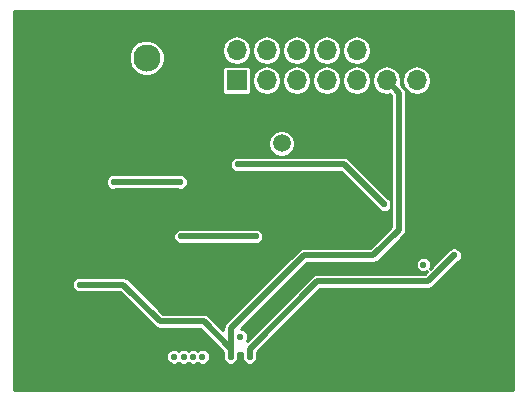
<source format=gbl>
G04 #@! TF.FileFunction,Copper,L4,Bot,Signal*
%FSLAX46Y46*%
G04 Gerber Fmt 4.6, Leading zero omitted, Abs format (unit mm)*
G04 Created by KiCad (PCBNEW 4.0.7) date 06/05/18 19:10:08*
%MOMM*%
%LPD*%
G01*
G04 APERTURE LIST*
%ADD10C,0.100000*%
%ADD11O,2.200000X2.200000*%
%ADD12R,1.700000X1.700000*%
%ADD13O,1.700000X1.700000*%
%ADD14C,2.600000*%
%ADD15C,2.300000*%
%ADD16C,4.500000*%
%ADD17C,1.500000*%
%ADD18C,0.550000*%
%ADD19C,0.254000*%
%ADD20C,0.508000*%
G04 APERTURE END LIST*
D10*
D11*
X148788000Y-110490000D03*
X167188000Y-110490000D03*
X170313000Y-108115000D03*
X170313000Y-112865000D03*
X145663000Y-112865000D03*
X145663000Y-108115000D03*
D12*
X155702000Y-88392000D03*
D13*
X155702000Y-85852000D03*
X158242000Y-88392000D03*
X158242000Y-85852000D03*
X160782000Y-88392000D03*
X160782000Y-85852000D03*
X163322000Y-88392000D03*
X163322000Y-85852000D03*
X165862000Y-88392000D03*
X165862000Y-85852000D03*
X168402000Y-88392000D03*
X168402000Y-85852000D03*
X170942000Y-88392000D03*
X170942000Y-85852000D03*
D14*
X145542000Y-89027000D03*
X150622000Y-89027000D03*
X150622000Y-83947000D03*
D15*
X148082000Y-86487000D03*
D14*
X145542000Y-83947000D03*
D16*
X140208000Y-85852000D03*
X175768000Y-85852000D03*
X140208000Y-111252000D03*
X175768000Y-111252000D03*
D17*
X159512000Y-93726000D03*
D18*
X167650000Y-96500000D03*
X167650000Y-97350000D03*
X154940000Y-102870000D03*
X156210000Y-104140000D03*
X157480000Y-102870000D03*
X151130000Y-100330000D03*
X149860000Y-99060000D03*
X152400000Y-99060000D03*
X165735000Y-83185000D03*
X160655000Y-83185000D03*
X155575000Y-83185000D03*
X158350000Y-108600000D03*
X165600000Y-108550000D03*
X163150000Y-108600000D03*
X161550000Y-108600000D03*
X154800000Y-105600000D03*
X157600000Y-111800000D03*
X156000000Y-111800000D03*
X154400000Y-111800000D03*
X165200000Y-111800000D03*
X163600000Y-111800000D03*
X161200000Y-111800000D03*
X159600000Y-111800000D03*
X140970000Y-92710000D03*
X140970000Y-97790000D03*
X172720000Y-96520000D03*
X172720000Y-91440000D03*
X138430000Y-90170000D03*
X138430000Y-95250000D03*
X138430000Y-100330000D03*
X138430000Y-105410000D03*
X177800000Y-88900000D03*
X177800000Y-93980000D03*
X177800000Y-99060000D03*
X177800000Y-104140000D03*
X166550000Y-93700000D03*
X164750000Y-94450000D03*
X167650000Y-93700000D03*
X168500000Y-94450000D03*
X163850000Y-94600000D03*
X161650000Y-94600000D03*
X161250000Y-98950000D03*
X159550000Y-100600000D03*
X158350000Y-98100000D03*
X157200000Y-99800000D03*
X156150000Y-100850000D03*
X158400000Y-94650000D03*
X152000000Y-97450000D03*
X153300000Y-97450000D03*
X155800000Y-96800000D03*
X144000000Y-96850000D03*
X144050000Y-92900000D03*
X144500000Y-101850000D03*
X141250000Y-101200000D03*
X142700000Y-101200000D03*
X142700000Y-104450000D03*
X143850000Y-104450000D03*
X173100000Y-102950000D03*
X171400000Y-99550000D03*
X170450000Y-98700000D03*
X172450000Y-101400000D03*
X170450000Y-102450000D03*
X170450000Y-101350000D03*
X170450000Y-100350000D03*
X162750000Y-97250000D03*
X162000000Y-96500000D03*
X163500000Y-96500000D03*
X163500000Y-98000000D03*
X162000000Y-98000000D03*
X151000000Y-101600000D03*
X157300000Y-101600000D03*
X150900000Y-97000000D03*
X145300000Y-97000000D03*
X168200000Y-98900000D03*
X155800000Y-95500000D03*
X156800000Y-111800000D03*
X174100000Y-103200000D03*
X155200000Y-111000000D03*
X142400000Y-105700000D03*
X155200000Y-111800000D03*
X156000000Y-110100000D03*
X171500000Y-104000000D03*
X152800000Y-111800000D03*
X152000000Y-111800000D03*
X151200000Y-111800000D03*
X150400000Y-111800000D03*
D19*
X175768000Y-85852000D02*
X175648000Y-85852000D01*
X175648000Y-85852000D02*
X171600000Y-89900000D01*
X169600000Y-88800000D02*
X169600000Y-88100000D01*
X170700000Y-89900000D02*
X169600000Y-88800000D01*
X171600000Y-89900000D02*
X170700000Y-89900000D01*
X167640000Y-96520000D02*
X168783000Y-97663000D01*
X168783000Y-97663000D02*
X168783000Y-99568000D01*
X156210000Y-104140000D02*
X154940000Y-102870000D01*
X157480000Y-102870000D02*
X156210000Y-104140000D01*
X152400000Y-99060000D02*
X149860000Y-99060000D01*
D20*
X151000000Y-101600000D02*
X157300000Y-101600000D01*
X145300000Y-97000000D02*
X150900000Y-97000000D01*
X168200000Y-98900000D02*
X164800000Y-95500000D01*
X164800000Y-95500000D02*
X155800000Y-95500000D01*
X156800000Y-111800000D02*
X156800000Y-111100000D01*
X163200000Y-105400000D02*
X171900000Y-105400000D01*
X171900000Y-105400000D02*
X174100000Y-103200000D01*
X162500000Y-105400000D02*
X163200000Y-105400000D01*
X156800000Y-111100000D02*
X162500000Y-105400000D01*
X155200000Y-109400000D02*
X155200000Y-111000000D01*
X168402000Y-88392000D02*
X168402000Y-88402000D01*
X155200000Y-109400000D02*
X155200000Y-111800000D01*
X161400000Y-103200000D02*
X155200000Y-109400000D01*
X167270000Y-103200000D02*
X161400000Y-103200000D01*
X169427000Y-101043000D02*
X167270000Y-103200000D01*
X169427000Y-89427000D02*
X169427000Y-101043000D01*
X168402000Y-88402000D02*
X169427000Y-89427000D01*
X155200000Y-111100000D02*
X152900000Y-108800000D01*
X152900000Y-108800000D02*
X149200000Y-108800000D01*
X149200000Y-108800000D02*
X146100000Y-105700000D01*
X146100000Y-105700000D02*
X142400000Y-105700000D01*
X155200000Y-111800000D02*
X155200000Y-111100000D01*
D19*
G36*
X179122000Y-114606000D02*
X136854000Y-114606000D01*
X136854000Y-111929914D01*
X149743886Y-111929914D01*
X149843546Y-112171109D01*
X150027921Y-112355806D01*
X150268941Y-112455886D01*
X150529914Y-112456114D01*
X150771109Y-112356454D01*
X150799889Y-112327725D01*
X150827921Y-112355806D01*
X151068941Y-112455886D01*
X151329914Y-112456114D01*
X151571109Y-112356454D01*
X151599889Y-112327725D01*
X151627921Y-112355806D01*
X151868941Y-112455886D01*
X152129914Y-112456114D01*
X152371109Y-112356454D01*
X152399889Y-112327725D01*
X152427921Y-112355806D01*
X152668941Y-112455886D01*
X152929914Y-112456114D01*
X153171109Y-112356454D01*
X153355806Y-112172079D01*
X153455886Y-111931059D01*
X153456114Y-111670086D01*
X153356454Y-111428891D01*
X153172079Y-111244194D01*
X152931059Y-111144114D01*
X152670086Y-111143886D01*
X152428891Y-111243546D01*
X152400111Y-111272275D01*
X152372079Y-111244194D01*
X152131059Y-111144114D01*
X151870086Y-111143886D01*
X151628891Y-111243546D01*
X151600111Y-111272275D01*
X151572079Y-111244194D01*
X151331059Y-111144114D01*
X151070086Y-111143886D01*
X150828891Y-111243546D01*
X150800111Y-111272275D01*
X150772079Y-111244194D01*
X150531059Y-111144114D01*
X150270086Y-111143886D01*
X150028891Y-111243546D01*
X149844194Y-111427921D01*
X149744114Y-111668941D01*
X149743886Y-111929914D01*
X136854000Y-111929914D01*
X136854000Y-105829914D01*
X141743886Y-105829914D01*
X141843546Y-106071109D01*
X142027921Y-106255806D01*
X142268941Y-106355886D01*
X142529914Y-106356114D01*
X142581014Y-106335000D01*
X145836974Y-106335000D01*
X148750987Y-109249013D01*
X148956996Y-109386664D01*
X149200000Y-109435000D01*
X152636974Y-109435000D01*
X154565000Y-111363026D01*
X154565000Y-111618642D01*
X154544114Y-111668941D01*
X154543886Y-111929914D01*
X154643546Y-112171109D01*
X154827921Y-112355806D01*
X155068941Y-112455886D01*
X155329914Y-112456114D01*
X155571109Y-112356454D01*
X155755806Y-112172079D01*
X155855886Y-111931059D01*
X155856114Y-111670086D01*
X155835000Y-111618986D01*
X155835000Y-111506000D01*
X156165000Y-111506000D01*
X156165000Y-111618642D01*
X156144114Y-111668941D01*
X156143886Y-111929914D01*
X156243546Y-112171109D01*
X156427921Y-112355806D01*
X156668941Y-112455886D01*
X156929914Y-112456114D01*
X157171109Y-112356454D01*
X157355806Y-112172079D01*
X157455886Y-111931059D01*
X157456114Y-111670086D01*
X157435000Y-111618986D01*
X157435000Y-111363026D01*
X162763026Y-106035000D01*
X171900000Y-106035000D01*
X172143004Y-105986664D01*
X172349013Y-105849013D01*
X174420774Y-103777252D01*
X174471109Y-103756454D01*
X174655806Y-103572079D01*
X174755886Y-103331059D01*
X174756114Y-103070086D01*
X174656454Y-102828891D01*
X174472079Y-102644194D01*
X174231059Y-102544114D01*
X173970086Y-102543886D01*
X173728891Y-102643546D01*
X173544194Y-102827921D01*
X173522991Y-102878983D01*
X172074205Y-104327769D01*
X172155886Y-104131059D01*
X172156114Y-103870086D01*
X172056454Y-103628891D01*
X171872079Y-103444194D01*
X171631059Y-103344114D01*
X171370086Y-103343886D01*
X171128891Y-103443546D01*
X170944194Y-103627921D01*
X170844114Y-103868941D01*
X170843886Y-104129914D01*
X170943546Y-104371109D01*
X171127921Y-104555806D01*
X171368941Y-104655886D01*
X171629914Y-104656114D01*
X171827502Y-104574472D01*
X171636974Y-104765000D01*
X162500000Y-104765000D01*
X162256995Y-104813336D01*
X162050987Y-104950987D01*
X156574205Y-110427769D01*
X156655886Y-110231059D01*
X156656114Y-109970086D01*
X156556454Y-109728891D01*
X156372079Y-109544194D01*
X156131059Y-109444114D01*
X156053979Y-109444047D01*
X161663026Y-103835000D01*
X167270000Y-103835000D01*
X167513004Y-103786664D01*
X167719013Y-103649013D01*
X169876013Y-101492013D01*
X170013664Y-101286004D01*
X170062001Y-101043000D01*
X170062000Y-101042995D01*
X170062000Y-89427000D01*
X170018177Y-89206684D01*
X170071552Y-89286565D01*
X170470917Y-89553413D01*
X170942000Y-89647117D01*
X171413083Y-89553413D01*
X171812448Y-89286565D01*
X172079296Y-88887200D01*
X172173000Y-88416117D01*
X172173000Y-88367883D01*
X172079296Y-87896800D01*
X171812448Y-87497435D01*
X171413083Y-87230587D01*
X170942000Y-87136883D01*
X170470917Y-87230587D01*
X170071552Y-87497435D01*
X169804704Y-87896800D01*
X169711000Y-88367883D01*
X169711000Y-88416117D01*
X169804704Y-88887200D01*
X169843927Y-88945901D01*
X169580098Y-88682072D01*
X169633000Y-88416117D01*
X169633000Y-88367883D01*
X169539296Y-87896800D01*
X169272448Y-87497435D01*
X168873083Y-87230587D01*
X168402000Y-87136883D01*
X167930917Y-87230587D01*
X167531552Y-87497435D01*
X167264704Y-87896800D01*
X167171000Y-88367883D01*
X167171000Y-88416117D01*
X167264704Y-88887200D01*
X167531552Y-89286565D01*
X167930917Y-89553413D01*
X168402000Y-89647117D01*
X168691505Y-89589531D01*
X168792000Y-89690026D01*
X168792000Y-98614919D01*
X168756454Y-98528891D01*
X168572079Y-98344194D01*
X168521017Y-98322991D01*
X165249013Y-95050987D01*
X165043004Y-94913336D01*
X164800000Y-94865000D01*
X155981358Y-94865000D01*
X155931059Y-94844114D01*
X155670086Y-94843886D01*
X155428891Y-94943546D01*
X155244194Y-95127921D01*
X155144114Y-95368941D01*
X155143886Y-95629914D01*
X155243546Y-95871109D01*
X155427921Y-96055806D01*
X155668941Y-96155886D01*
X155929914Y-96156114D01*
X155981014Y-96135000D01*
X164536974Y-96135000D01*
X167622748Y-99220774D01*
X167643546Y-99271109D01*
X167827921Y-99455806D01*
X168068941Y-99555886D01*
X168329914Y-99556114D01*
X168571109Y-99456454D01*
X168755806Y-99272079D01*
X168792000Y-99184914D01*
X168792000Y-100779974D01*
X167006974Y-102565000D01*
X161400000Y-102565000D01*
X161156996Y-102613336D01*
X160950987Y-102750987D01*
X154750987Y-108950987D01*
X154613336Y-109156996D01*
X154565000Y-109400000D01*
X154565000Y-109566974D01*
X153349013Y-108350987D01*
X153143004Y-108213336D01*
X152900000Y-108165000D01*
X149463026Y-108165000D01*
X146549013Y-105250987D01*
X146343004Y-105113336D01*
X146100000Y-105065000D01*
X142581358Y-105065000D01*
X142531059Y-105044114D01*
X142270086Y-105043886D01*
X142028891Y-105143546D01*
X141844194Y-105327921D01*
X141744114Y-105568941D01*
X141743886Y-105829914D01*
X136854000Y-105829914D01*
X136854000Y-101729914D01*
X150343886Y-101729914D01*
X150443546Y-101971109D01*
X150627921Y-102155806D01*
X150868941Y-102255886D01*
X151129914Y-102256114D01*
X151181014Y-102235000D01*
X157118642Y-102235000D01*
X157168941Y-102255886D01*
X157429914Y-102256114D01*
X157671109Y-102156454D01*
X157855806Y-101972079D01*
X157955886Y-101731059D01*
X157956114Y-101470086D01*
X157856454Y-101228891D01*
X157672079Y-101044194D01*
X157431059Y-100944114D01*
X157170086Y-100943886D01*
X157118986Y-100965000D01*
X151181358Y-100965000D01*
X151131059Y-100944114D01*
X150870086Y-100943886D01*
X150628891Y-101043546D01*
X150444194Y-101227921D01*
X150344114Y-101468941D01*
X150343886Y-101729914D01*
X136854000Y-101729914D01*
X136854000Y-97129914D01*
X144643886Y-97129914D01*
X144743546Y-97371109D01*
X144927921Y-97555806D01*
X145168941Y-97655886D01*
X145429914Y-97656114D01*
X145481014Y-97635000D01*
X150718642Y-97635000D01*
X150768941Y-97655886D01*
X151029914Y-97656114D01*
X151271109Y-97556454D01*
X151455806Y-97372079D01*
X151555886Y-97131059D01*
X151556114Y-96870086D01*
X151456454Y-96628891D01*
X151272079Y-96444194D01*
X151031059Y-96344114D01*
X150770086Y-96343886D01*
X150718986Y-96365000D01*
X145481358Y-96365000D01*
X145431059Y-96344114D01*
X145170086Y-96343886D01*
X144928891Y-96443546D01*
X144744194Y-96627921D01*
X144644114Y-96868941D01*
X144643886Y-97129914D01*
X136854000Y-97129914D01*
X136854000Y-93949983D01*
X158380804Y-93949983D01*
X158552625Y-94365823D01*
X158870503Y-94684256D01*
X159286043Y-94856804D01*
X159735983Y-94857196D01*
X160151823Y-94685375D01*
X160470256Y-94367497D01*
X160642804Y-93951957D01*
X160643196Y-93502017D01*
X160471375Y-93086177D01*
X160153497Y-92767744D01*
X159737957Y-92595196D01*
X159288017Y-92594804D01*
X158872177Y-92766625D01*
X158553744Y-93084503D01*
X158381196Y-93500043D01*
X158380804Y-93949983D01*
X136854000Y-93949983D01*
X136854000Y-86790199D01*
X146550735Y-86790199D01*
X146783325Y-87353109D01*
X147213626Y-87784162D01*
X147776129Y-88017734D01*
X148385199Y-88018265D01*
X148948109Y-87785675D01*
X149192209Y-87542000D01*
X154463536Y-87542000D01*
X154463536Y-89242000D01*
X154490103Y-89383190D01*
X154573546Y-89512865D01*
X154700866Y-89599859D01*
X154852000Y-89630464D01*
X156552000Y-89630464D01*
X156693190Y-89603897D01*
X156822865Y-89520454D01*
X156909859Y-89393134D01*
X156940464Y-89242000D01*
X156940464Y-88367883D01*
X157011000Y-88367883D01*
X157011000Y-88416117D01*
X157104704Y-88887200D01*
X157371552Y-89286565D01*
X157770917Y-89553413D01*
X158242000Y-89647117D01*
X158713083Y-89553413D01*
X159112448Y-89286565D01*
X159379296Y-88887200D01*
X159473000Y-88416117D01*
X159473000Y-88367883D01*
X159551000Y-88367883D01*
X159551000Y-88416117D01*
X159644704Y-88887200D01*
X159911552Y-89286565D01*
X160310917Y-89553413D01*
X160782000Y-89647117D01*
X161253083Y-89553413D01*
X161652448Y-89286565D01*
X161919296Y-88887200D01*
X162013000Y-88416117D01*
X162013000Y-88367883D01*
X162091000Y-88367883D01*
X162091000Y-88416117D01*
X162184704Y-88887200D01*
X162451552Y-89286565D01*
X162850917Y-89553413D01*
X163322000Y-89647117D01*
X163793083Y-89553413D01*
X164192448Y-89286565D01*
X164459296Y-88887200D01*
X164553000Y-88416117D01*
X164553000Y-88367883D01*
X164631000Y-88367883D01*
X164631000Y-88416117D01*
X164724704Y-88887200D01*
X164991552Y-89286565D01*
X165390917Y-89553413D01*
X165862000Y-89647117D01*
X166333083Y-89553413D01*
X166732448Y-89286565D01*
X166999296Y-88887200D01*
X167093000Y-88416117D01*
X167093000Y-88367883D01*
X166999296Y-87896800D01*
X166732448Y-87497435D01*
X166333083Y-87230587D01*
X165862000Y-87136883D01*
X165390917Y-87230587D01*
X164991552Y-87497435D01*
X164724704Y-87896800D01*
X164631000Y-88367883D01*
X164553000Y-88367883D01*
X164459296Y-87896800D01*
X164192448Y-87497435D01*
X163793083Y-87230587D01*
X163322000Y-87136883D01*
X162850917Y-87230587D01*
X162451552Y-87497435D01*
X162184704Y-87896800D01*
X162091000Y-88367883D01*
X162013000Y-88367883D01*
X161919296Y-87896800D01*
X161652448Y-87497435D01*
X161253083Y-87230587D01*
X160782000Y-87136883D01*
X160310917Y-87230587D01*
X159911552Y-87497435D01*
X159644704Y-87896800D01*
X159551000Y-88367883D01*
X159473000Y-88367883D01*
X159379296Y-87896800D01*
X159112448Y-87497435D01*
X158713083Y-87230587D01*
X158242000Y-87136883D01*
X157770917Y-87230587D01*
X157371552Y-87497435D01*
X157104704Y-87896800D01*
X157011000Y-88367883D01*
X156940464Y-88367883D01*
X156940464Y-87542000D01*
X156913897Y-87400810D01*
X156830454Y-87271135D01*
X156703134Y-87184141D01*
X156552000Y-87153536D01*
X154852000Y-87153536D01*
X154710810Y-87180103D01*
X154581135Y-87263546D01*
X154494141Y-87390866D01*
X154463536Y-87542000D01*
X149192209Y-87542000D01*
X149379162Y-87355374D01*
X149612734Y-86792871D01*
X149613265Y-86183801D01*
X149466203Y-85827883D01*
X154471000Y-85827883D01*
X154471000Y-85876117D01*
X154564704Y-86347200D01*
X154831552Y-86746565D01*
X155230917Y-87013413D01*
X155702000Y-87107117D01*
X156173083Y-87013413D01*
X156572448Y-86746565D01*
X156839296Y-86347200D01*
X156933000Y-85876117D01*
X156933000Y-85827883D01*
X157011000Y-85827883D01*
X157011000Y-85876117D01*
X157104704Y-86347200D01*
X157371552Y-86746565D01*
X157770917Y-87013413D01*
X158242000Y-87107117D01*
X158713083Y-87013413D01*
X159112448Y-86746565D01*
X159379296Y-86347200D01*
X159473000Y-85876117D01*
X159473000Y-85827883D01*
X159551000Y-85827883D01*
X159551000Y-85876117D01*
X159644704Y-86347200D01*
X159911552Y-86746565D01*
X160310917Y-87013413D01*
X160782000Y-87107117D01*
X161253083Y-87013413D01*
X161652448Y-86746565D01*
X161919296Y-86347200D01*
X162013000Y-85876117D01*
X162013000Y-85827883D01*
X162091000Y-85827883D01*
X162091000Y-85876117D01*
X162184704Y-86347200D01*
X162451552Y-86746565D01*
X162850917Y-87013413D01*
X163322000Y-87107117D01*
X163793083Y-87013413D01*
X164192448Y-86746565D01*
X164459296Y-86347200D01*
X164553000Y-85876117D01*
X164553000Y-85827883D01*
X164631000Y-85827883D01*
X164631000Y-85876117D01*
X164724704Y-86347200D01*
X164991552Y-86746565D01*
X165390917Y-87013413D01*
X165862000Y-87107117D01*
X166333083Y-87013413D01*
X166732448Y-86746565D01*
X166999296Y-86347200D01*
X167093000Y-85876117D01*
X167093000Y-85827883D01*
X166999296Y-85356800D01*
X166732448Y-84957435D01*
X166333083Y-84690587D01*
X165862000Y-84596883D01*
X165390917Y-84690587D01*
X164991552Y-84957435D01*
X164724704Y-85356800D01*
X164631000Y-85827883D01*
X164553000Y-85827883D01*
X164459296Y-85356800D01*
X164192448Y-84957435D01*
X163793083Y-84690587D01*
X163322000Y-84596883D01*
X162850917Y-84690587D01*
X162451552Y-84957435D01*
X162184704Y-85356800D01*
X162091000Y-85827883D01*
X162013000Y-85827883D01*
X161919296Y-85356800D01*
X161652448Y-84957435D01*
X161253083Y-84690587D01*
X160782000Y-84596883D01*
X160310917Y-84690587D01*
X159911552Y-84957435D01*
X159644704Y-85356800D01*
X159551000Y-85827883D01*
X159473000Y-85827883D01*
X159379296Y-85356800D01*
X159112448Y-84957435D01*
X158713083Y-84690587D01*
X158242000Y-84596883D01*
X157770917Y-84690587D01*
X157371552Y-84957435D01*
X157104704Y-85356800D01*
X157011000Y-85827883D01*
X156933000Y-85827883D01*
X156839296Y-85356800D01*
X156572448Y-84957435D01*
X156173083Y-84690587D01*
X155702000Y-84596883D01*
X155230917Y-84690587D01*
X154831552Y-84957435D01*
X154564704Y-85356800D01*
X154471000Y-85827883D01*
X149466203Y-85827883D01*
X149380675Y-85620891D01*
X148950374Y-85189838D01*
X148387871Y-84956266D01*
X147778801Y-84955735D01*
X147215891Y-85188325D01*
X146784838Y-85618626D01*
X146551266Y-86181129D01*
X146550735Y-86790199D01*
X136854000Y-86790199D01*
X136854000Y-82498000D01*
X179122000Y-82498000D01*
X179122000Y-114606000D01*
X179122000Y-114606000D01*
G37*
X179122000Y-114606000D02*
X136854000Y-114606000D01*
X136854000Y-111929914D01*
X149743886Y-111929914D01*
X149843546Y-112171109D01*
X150027921Y-112355806D01*
X150268941Y-112455886D01*
X150529914Y-112456114D01*
X150771109Y-112356454D01*
X150799889Y-112327725D01*
X150827921Y-112355806D01*
X151068941Y-112455886D01*
X151329914Y-112456114D01*
X151571109Y-112356454D01*
X151599889Y-112327725D01*
X151627921Y-112355806D01*
X151868941Y-112455886D01*
X152129914Y-112456114D01*
X152371109Y-112356454D01*
X152399889Y-112327725D01*
X152427921Y-112355806D01*
X152668941Y-112455886D01*
X152929914Y-112456114D01*
X153171109Y-112356454D01*
X153355806Y-112172079D01*
X153455886Y-111931059D01*
X153456114Y-111670086D01*
X153356454Y-111428891D01*
X153172079Y-111244194D01*
X152931059Y-111144114D01*
X152670086Y-111143886D01*
X152428891Y-111243546D01*
X152400111Y-111272275D01*
X152372079Y-111244194D01*
X152131059Y-111144114D01*
X151870086Y-111143886D01*
X151628891Y-111243546D01*
X151600111Y-111272275D01*
X151572079Y-111244194D01*
X151331059Y-111144114D01*
X151070086Y-111143886D01*
X150828891Y-111243546D01*
X150800111Y-111272275D01*
X150772079Y-111244194D01*
X150531059Y-111144114D01*
X150270086Y-111143886D01*
X150028891Y-111243546D01*
X149844194Y-111427921D01*
X149744114Y-111668941D01*
X149743886Y-111929914D01*
X136854000Y-111929914D01*
X136854000Y-105829914D01*
X141743886Y-105829914D01*
X141843546Y-106071109D01*
X142027921Y-106255806D01*
X142268941Y-106355886D01*
X142529914Y-106356114D01*
X142581014Y-106335000D01*
X145836974Y-106335000D01*
X148750987Y-109249013D01*
X148956996Y-109386664D01*
X149200000Y-109435000D01*
X152636974Y-109435000D01*
X154565000Y-111363026D01*
X154565000Y-111618642D01*
X154544114Y-111668941D01*
X154543886Y-111929914D01*
X154643546Y-112171109D01*
X154827921Y-112355806D01*
X155068941Y-112455886D01*
X155329914Y-112456114D01*
X155571109Y-112356454D01*
X155755806Y-112172079D01*
X155855886Y-111931059D01*
X155856114Y-111670086D01*
X155835000Y-111618986D01*
X155835000Y-111506000D01*
X156165000Y-111506000D01*
X156165000Y-111618642D01*
X156144114Y-111668941D01*
X156143886Y-111929914D01*
X156243546Y-112171109D01*
X156427921Y-112355806D01*
X156668941Y-112455886D01*
X156929914Y-112456114D01*
X157171109Y-112356454D01*
X157355806Y-112172079D01*
X157455886Y-111931059D01*
X157456114Y-111670086D01*
X157435000Y-111618986D01*
X157435000Y-111363026D01*
X162763026Y-106035000D01*
X171900000Y-106035000D01*
X172143004Y-105986664D01*
X172349013Y-105849013D01*
X174420774Y-103777252D01*
X174471109Y-103756454D01*
X174655806Y-103572079D01*
X174755886Y-103331059D01*
X174756114Y-103070086D01*
X174656454Y-102828891D01*
X174472079Y-102644194D01*
X174231059Y-102544114D01*
X173970086Y-102543886D01*
X173728891Y-102643546D01*
X173544194Y-102827921D01*
X173522991Y-102878983D01*
X172074205Y-104327769D01*
X172155886Y-104131059D01*
X172156114Y-103870086D01*
X172056454Y-103628891D01*
X171872079Y-103444194D01*
X171631059Y-103344114D01*
X171370086Y-103343886D01*
X171128891Y-103443546D01*
X170944194Y-103627921D01*
X170844114Y-103868941D01*
X170843886Y-104129914D01*
X170943546Y-104371109D01*
X171127921Y-104555806D01*
X171368941Y-104655886D01*
X171629914Y-104656114D01*
X171827502Y-104574472D01*
X171636974Y-104765000D01*
X162500000Y-104765000D01*
X162256995Y-104813336D01*
X162050987Y-104950987D01*
X156574205Y-110427769D01*
X156655886Y-110231059D01*
X156656114Y-109970086D01*
X156556454Y-109728891D01*
X156372079Y-109544194D01*
X156131059Y-109444114D01*
X156053979Y-109444047D01*
X161663026Y-103835000D01*
X167270000Y-103835000D01*
X167513004Y-103786664D01*
X167719013Y-103649013D01*
X169876013Y-101492013D01*
X170013664Y-101286004D01*
X170062001Y-101043000D01*
X170062000Y-101042995D01*
X170062000Y-89427000D01*
X170018177Y-89206684D01*
X170071552Y-89286565D01*
X170470917Y-89553413D01*
X170942000Y-89647117D01*
X171413083Y-89553413D01*
X171812448Y-89286565D01*
X172079296Y-88887200D01*
X172173000Y-88416117D01*
X172173000Y-88367883D01*
X172079296Y-87896800D01*
X171812448Y-87497435D01*
X171413083Y-87230587D01*
X170942000Y-87136883D01*
X170470917Y-87230587D01*
X170071552Y-87497435D01*
X169804704Y-87896800D01*
X169711000Y-88367883D01*
X169711000Y-88416117D01*
X169804704Y-88887200D01*
X169843927Y-88945901D01*
X169580098Y-88682072D01*
X169633000Y-88416117D01*
X169633000Y-88367883D01*
X169539296Y-87896800D01*
X169272448Y-87497435D01*
X168873083Y-87230587D01*
X168402000Y-87136883D01*
X167930917Y-87230587D01*
X167531552Y-87497435D01*
X167264704Y-87896800D01*
X167171000Y-88367883D01*
X167171000Y-88416117D01*
X167264704Y-88887200D01*
X167531552Y-89286565D01*
X167930917Y-89553413D01*
X168402000Y-89647117D01*
X168691505Y-89589531D01*
X168792000Y-89690026D01*
X168792000Y-98614919D01*
X168756454Y-98528891D01*
X168572079Y-98344194D01*
X168521017Y-98322991D01*
X165249013Y-95050987D01*
X165043004Y-94913336D01*
X164800000Y-94865000D01*
X155981358Y-94865000D01*
X155931059Y-94844114D01*
X155670086Y-94843886D01*
X155428891Y-94943546D01*
X155244194Y-95127921D01*
X155144114Y-95368941D01*
X155143886Y-95629914D01*
X155243546Y-95871109D01*
X155427921Y-96055806D01*
X155668941Y-96155886D01*
X155929914Y-96156114D01*
X155981014Y-96135000D01*
X164536974Y-96135000D01*
X167622748Y-99220774D01*
X167643546Y-99271109D01*
X167827921Y-99455806D01*
X168068941Y-99555886D01*
X168329914Y-99556114D01*
X168571109Y-99456454D01*
X168755806Y-99272079D01*
X168792000Y-99184914D01*
X168792000Y-100779974D01*
X167006974Y-102565000D01*
X161400000Y-102565000D01*
X161156996Y-102613336D01*
X160950987Y-102750987D01*
X154750987Y-108950987D01*
X154613336Y-109156996D01*
X154565000Y-109400000D01*
X154565000Y-109566974D01*
X153349013Y-108350987D01*
X153143004Y-108213336D01*
X152900000Y-108165000D01*
X149463026Y-108165000D01*
X146549013Y-105250987D01*
X146343004Y-105113336D01*
X146100000Y-105065000D01*
X142581358Y-105065000D01*
X142531059Y-105044114D01*
X142270086Y-105043886D01*
X142028891Y-105143546D01*
X141844194Y-105327921D01*
X141744114Y-105568941D01*
X141743886Y-105829914D01*
X136854000Y-105829914D01*
X136854000Y-101729914D01*
X150343886Y-101729914D01*
X150443546Y-101971109D01*
X150627921Y-102155806D01*
X150868941Y-102255886D01*
X151129914Y-102256114D01*
X151181014Y-102235000D01*
X157118642Y-102235000D01*
X157168941Y-102255886D01*
X157429914Y-102256114D01*
X157671109Y-102156454D01*
X157855806Y-101972079D01*
X157955886Y-101731059D01*
X157956114Y-101470086D01*
X157856454Y-101228891D01*
X157672079Y-101044194D01*
X157431059Y-100944114D01*
X157170086Y-100943886D01*
X157118986Y-100965000D01*
X151181358Y-100965000D01*
X151131059Y-100944114D01*
X150870086Y-100943886D01*
X150628891Y-101043546D01*
X150444194Y-101227921D01*
X150344114Y-101468941D01*
X150343886Y-101729914D01*
X136854000Y-101729914D01*
X136854000Y-97129914D01*
X144643886Y-97129914D01*
X144743546Y-97371109D01*
X144927921Y-97555806D01*
X145168941Y-97655886D01*
X145429914Y-97656114D01*
X145481014Y-97635000D01*
X150718642Y-97635000D01*
X150768941Y-97655886D01*
X151029914Y-97656114D01*
X151271109Y-97556454D01*
X151455806Y-97372079D01*
X151555886Y-97131059D01*
X151556114Y-96870086D01*
X151456454Y-96628891D01*
X151272079Y-96444194D01*
X151031059Y-96344114D01*
X150770086Y-96343886D01*
X150718986Y-96365000D01*
X145481358Y-96365000D01*
X145431059Y-96344114D01*
X145170086Y-96343886D01*
X144928891Y-96443546D01*
X144744194Y-96627921D01*
X144644114Y-96868941D01*
X144643886Y-97129914D01*
X136854000Y-97129914D01*
X136854000Y-93949983D01*
X158380804Y-93949983D01*
X158552625Y-94365823D01*
X158870503Y-94684256D01*
X159286043Y-94856804D01*
X159735983Y-94857196D01*
X160151823Y-94685375D01*
X160470256Y-94367497D01*
X160642804Y-93951957D01*
X160643196Y-93502017D01*
X160471375Y-93086177D01*
X160153497Y-92767744D01*
X159737957Y-92595196D01*
X159288017Y-92594804D01*
X158872177Y-92766625D01*
X158553744Y-93084503D01*
X158381196Y-93500043D01*
X158380804Y-93949983D01*
X136854000Y-93949983D01*
X136854000Y-86790199D01*
X146550735Y-86790199D01*
X146783325Y-87353109D01*
X147213626Y-87784162D01*
X147776129Y-88017734D01*
X148385199Y-88018265D01*
X148948109Y-87785675D01*
X149192209Y-87542000D01*
X154463536Y-87542000D01*
X154463536Y-89242000D01*
X154490103Y-89383190D01*
X154573546Y-89512865D01*
X154700866Y-89599859D01*
X154852000Y-89630464D01*
X156552000Y-89630464D01*
X156693190Y-89603897D01*
X156822865Y-89520454D01*
X156909859Y-89393134D01*
X156940464Y-89242000D01*
X156940464Y-88367883D01*
X157011000Y-88367883D01*
X157011000Y-88416117D01*
X157104704Y-88887200D01*
X157371552Y-89286565D01*
X157770917Y-89553413D01*
X158242000Y-89647117D01*
X158713083Y-89553413D01*
X159112448Y-89286565D01*
X159379296Y-88887200D01*
X159473000Y-88416117D01*
X159473000Y-88367883D01*
X159551000Y-88367883D01*
X159551000Y-88416117D01*
X159644704Y-88887200D01*
X159911552Y-89286565D01*
X160310917Y-89553413D01*
X160782000Y-89647117D01*
X161253083Y-89553413D01*
X161652448Y-89286565D01*
X161919296Y-88887200D01*
X162013000Y-88416117D01*
X162013000Y-88367883D01*
X162091000Y-88367883D01*
X162091000Y-88416117D01*
X162184704Y-88887200D01*
X162451552Y-89286565D01*
X162850917Y-89553413D01*
X163322000Y-89647117D01*
X163793083Y-89553413D01*
X164192448Y-89286565D01*
X164459296Y-88887200D01*
X164553000Y-88416117D01*
X164553000Y-88367883D01*
X164631000Y-88367883D01*
X164631000Y-88416117D01*
X164724704Y-88887200D01*
X164991552Y-89286565D01*
X165390917Y-89553413D01*
X165862000Y-89647117D01*
X166333083Y-89553413D01*
X166732448Y-89286565D01*
X166999296Y-88887200D01*
X167093000Y-88416117D01*
X167093000Y-88367883D01*
X166999296Y-87896800D01*
X166732448Y-87497435D01*
X166333083Y-87230587D01*
X165862000Y-87136883D01*
X165390917Y-87230587D01*
X164991552Y-87497435D01*
X164724704Y-87896800D01*
X164631000Y-88367883D01*
X164553000Y-88367883D01*
X164459296Y-87896800D01*
X164192448Y-87497435D01*
X163793083Y-87230587D01*
X163322000Y-87136883D01*
X162850917Y-87230587D01*
X162451552Y-87497435D01*
X162184704Y-87896800D01*
X162091000Y-88367883D01*
X162013000Y-88367883D01*
X161919296Y-87896800D01*
X161652448Y-87497435D01*
X161253083Y-87230587D01*
X160782000Y-87136883D01*
X160310917Y-87230587D01*
X159911552Y-87497435D01*
X159644704Y-87896800D01*
X159551000Y-88367883D01*
X159473000Y-88367883D01*
X159379296Y-87896800D01*
X159112448Y-87497435D01*
X158713083Y-87230587D01*
X158242000Y-87136883D01*
X157770917Y-87230587D01*
X157371552Y-87497435D01*
X157104704Y-87896800D01*
X157011000Y-88367883D01*
X156940464Y-88367883D01*
X156940464Y-87542000D01*
X156913897Y-87400810D01*
X156830454Y-87271135D01*
X156703134Y-87184141D01*
X156552000Y-87153536D01*
X154852000Y-87153536D01*
X154710810Y-87180103D01*
X154581135Y-87263546D01*
X154494141Y-87390866D01*
X154463536Y-87542000D01*
X149192209Y-87542000D01*
X149379162Y-87355374D01*
X149612734Y-86792871D01*
X149613265Y-86183801D01*
X149466203Y-85827883D01*
X154471000Y-85827883D01*
X154471000Y-85876117D01*
X154564704Y-86347200D01*
X154831552Y-86746565D01*
X155230917Y-87013413D01*
X155702000Y-87107117D01*
X156173083Y-87013413D01*
X156572448Y-86746565D01*
X156839296Y-86347200D01*
X156933000Y-85876117D01*
X156933000Y-85827883D01*
X157011000Y-85827883D01*
X157011000Y-85876117D01*
X157104704Y-86347200D01*
X157371552Y-86746565D01*
X157770917Y-87013413D01*
X158242000Y-87107117D01*
X158713083Y-87013413D01*
X159112448Y-86746565D01*
X159379296Y-86347200D01*
X159473000Y-85876117D01*
X159473000Y-85827883D01*
X159551000Y-85827883D01*
X159551000Y-85876117D01*
X159644704Y-86347200D01*
X159911552Y-86746565D01*
X160310917Y-87013413D01*
X160782000Y-87107117D01*
X161253083Y-87013413D01*
X161652448Y-86746565D01*
X161919296Y-86347200D01*
X162013000Y-85876117D01*
X162013000Y-85827883D01*
X162091000Y-85827883D01*
X162091000Y-85876117D01*
X162184704Y-86347200D01*
X162451552Y-86746565D01*
X162850917Y-87013413D01*
X163322000Y-87107117D01*
X163793083Y-87013413D01*
X164192448Y-86746565D01*
X164459296Y-86347200D01*
X164553000Y-85876117D01*
X164553000Y-85827883D01*
X164631000Y-85827883D01*
X164631000Y-85876117D01*
X164724704Y-86347200D01*
X164991552Y-86746565D01*
X165390917Y-87013413D01*
X165862000Y-87107117D01*
X166333083Y-87013413D01*
X166732448Y-86746565D01*
X166999296Y-86347200D01*
X167093000Y-85876117D01*
X167093000Y-85827883D01*
X166999296Y-85356800D01*
X166732448Y-84957435D01*
X166333083Y-84690587D01*
X165862000Y-84596883D01*
X165390917Y-84690587D01*
X164991552Y-84957435D01*
X164724704Y-85356800D01*
X164631000Y-85827883D01*
X164553000Y-85827883D01*
X164459296Y-85356800D01*
X164192448Y-84957435D01*
X163793083Y-84690587D01*
X163322000Y-84596883D01*
X162850917Y-84690587D01*
X162451552Y-84957435D01*
X162184704Y-85356800D01*
X162091000Y-85827883D01*
X162013000Y-85827883D01*
X161919296Y-85356800D01*
X161652448Y-84957435D01*
X161253083Y-84690587D01*
X160782000Y-84596883D01*
X160310917Y-84690587D01*
X159911552Y-84957435D01*
X159644704Y-85356800D01*
X159551000Y-85827883D01*
X159473000Y-85827883D01*
X159379296Y-85356800D01*
X159112448Y-84957435D01*
X158713083Y-84690587D01*
X158242000Y-84596883D01*
X157770917Y-84690587D01*
X157371552Y-84957435D01*
X157104704Y-85356800D01*
X157011000Y-85827883D01*
X156933000Y-85827883D01*
X156839296Y-85356800D01*
X156572448Y-84957435D01*
X156173083Y-84690587D01*
X155702000Y-84596883D01*
X155230917Y-84690587D01*
X154831552Y-84957435D01*
X154564704Y-85356800D01*
X154471000Y-85827883D01*
X149466203Y-85827883D01*
X149380675Y-85620891D01*
X148950374Y-85189838D01*
X148387871Y-84956266D01*
X147778801Y-84955735D01*
X147215891Y-85188325D01*
X146784838Y-85618626D01*
X146551266Y-86181129D01*
X146550735Y-86790199D01*
X136854000Y-86790199D01*
X136854000Y-82498000D01*
X179122000Y-82498000D01*
X179122000Y-114606000D01*
M02*

</source>
